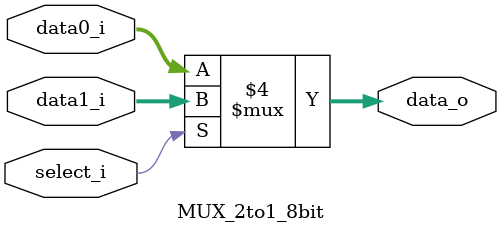
<source format=v>
`timescale 1ns/1ps

module MUX_2to1_8bit(
    input       [8-1:0] data0_i,
    input       [8-1:0] data1_i,
    input               select_i,
    output reg  [8-1:0] data_o
);
/* Write your code HERE */
always @(*) begin
    if(select_i == 1'b0) data_o <= data0_i;
    else data_o <= data1_i;
end

endmodule


</source>
